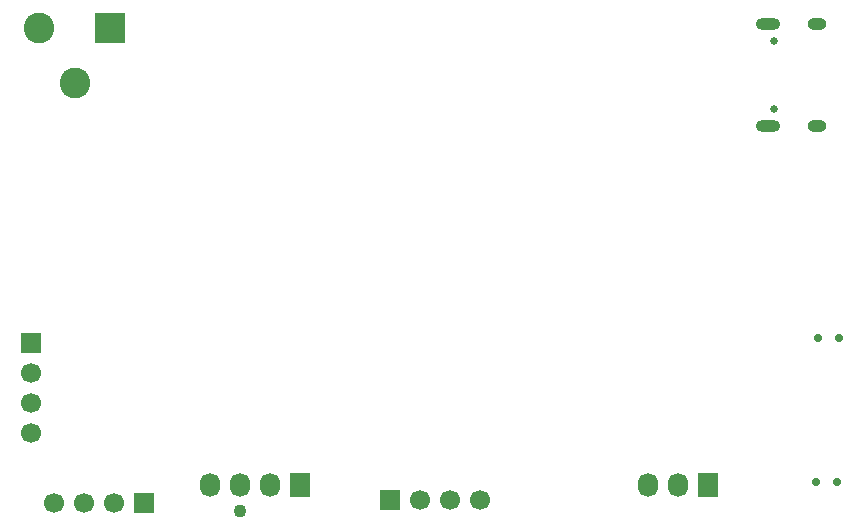
<source format=gbr>
%TF.GenerationSoftware,KiCad,Pcbnew,9.0.2*%
%TF.CreationDate,2025-07-02T17:03:22+05:30*%
%TF.ProjectId,ESP32-RoboCore V1,45535033-322d-4526-9f62-6f436f726520,rev?*%
%TF.SameCoordinates,Original*%
%TF.FileFunction,Soldermask,Bot*%
%TF.FilePolarity,Negative*%
%FSLAX46Y46*%
G04 Gerber Fmt 4.6, Leading zero omitted, Abs format (unit mm)*
G04 Created by KiCad (PCBNEW 9.0.2) date 2025-07-02 17:03:22*
%MOMM*%
%LPD*%
G01*
G04 APERTURE LIST*
%ADD10R,1.730000X2.030000*%
%ADD11O,1.730000X2.030000*%
%ADD12R,1.700000X1.700000*%
%ADD13C,1.700000*%
%ADD14C,0.700000*%
%ADD15C,0.650000*%
%ADD16O,2.100000X1.000000*%
%ADD17O,1.600000X1.000000*%
%ADD18R,2.600000X2.600000*%
%ADD19C,2.600000*%
%ADD20C,1.100000*%
G04 APERTURE END LIST*
D10*
%TO.C,J3*%
X108080000Y-65250000D03*
D11*
X105540000Y-65250000D03*
X103000000Y-65250000D03*
%TD*%
D12*
%TO.C,J6*%
X60370000Y-66750000D03*
D13*
X57830000Y-66750000D03*
X55290000Y-66750000D03*
X52750000Y-66750000D03*
%TD*%
D14*
%TO.C,SW2*%
X119050000Y-65000000D03*
X117250000Y-65000000D03*
%TD*%
D15*
%TO.C,J1*%
X113710000Y-33390000D03*
X113710000Y-27610000D03*
D16*
X113180000Y-34820000D03*
D17*
X117360000Y-34820000D03*
D16*
X113180000Y-26180000D03*
D17*
X117360000Y-26180000D03*
%TD*%
D18*
%TO.C,J2*%
X57500000Y-26500000D03*
D19*
X51500000Y-26500000D03*
X54500000Y-31200000D03*
%TD*%
D12*
%TO.C,J5*%
X50750000Y-53210000D03*
D13*
X50750000Y-55750000D03*
X50750000Y-58290000D03*
X50750000Y-60830000D03*
%TD*%
D14*
%TO.C,SW1*%
X119180000Y-52800000D03*
X117380000Y-52800000D03*
%TD*%
D20*
%TO.C,J4*%
X68500000Y-67410000D03*
D10*
X73580000Y-65250000D03*
D11*
X71040000Y-65250000D03*
X68500000Y-65250000D03*
X65960000Y-65250000D03*
%TD*%
D12*
%TO.C,J7*%
X81170000Y-66500000D03*
D13*
X83710000Y-66500000D03*
X86250000Y-66500000D03*
X88790000Y-66500000D03*
%TD*%
M02*

</source>
